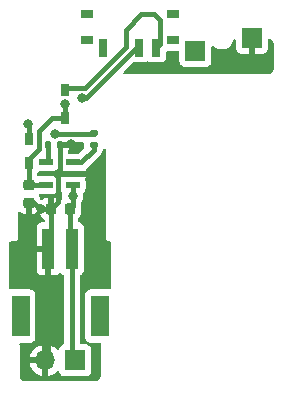
<source format=gbl>
G04 #@! TF.GenerationSoftware,KiCad,Pcbnew,9.0.6*
G04 #@! TF.CreationDate,2025-12-20T18:09:35+05:30*
G04 #@! TF.ProjectId,BloodHound_VENOM_LiPo,426c6f6f-6448-46f7-956e-645f56454e4f,1*
G04 #@! TF.SameCoordinates,Original*
G04 #@! TF.FileFunction,Copper,L2,Bot*
G04 #@! TF.FilePolarity,Positive*
%FSLAX46Y46*%
G04 Gerber Fmt 4.6, Leading zero omitted, Abs format (unit mm)*
G04 Created by KiCad (PCBNEW 9.0.6) date 2025-12-20 18:09:35*
%MOMM*%
%LPD*%
G01*
G04 APERTURE LIST*
G04 Aperture macros list*
%AMRoundRect*
0 Rectangle with rounded corners*
0 $1 Rounding radius*
0 $2 $3 $4 $5 $6 $7 $8 $9 X,Y pos of 4 corners*
0 Add a 4 corners polygon primitive as box body*
4,1,4,$2,$3,$4,$5,$6,$7,$8,$9,$2,$3,0*
0 Add four circle primitives for the rounded corners*
1,1,$1+$1,$2,$3*
1,1,$1+$1,$4,$5*
1,1,$1+$1,$6,$7*
1,1,$1+$1,$8,$9*
0 Add four rect primitives between the rounded corners*
20,1,$1+$1,$2,$3,$4,$5,0*
20,1,$1+$1,$4,$5,$6,$7,0*
20,1,$1+$1,$6,$7,$8,$9,0*
20,1,$1+$1,$8,$9,$2,$3,0*%
G04 Aperture macros list end*
G04 #@! TA.AperFunction,CastellatedPad*
%ADD10R,1.700000X1.700000*%
G04 #@! TD*
G04 #@! TA.AperFunction,ComponentPad*
%ADD11R,1.700000X1.700000*%
G04 #@! TD*
G04 #@! TA.AperFunction,ComponentPad*
%ADD12O,1.700000X1.700000*%
G04 #@! TD*
G04 #@! TA.AperFunction,SMDPad,CuDef*
%ADD13RoundRect,0.225000X0.225000X0.250000X-0.225000X0.250000X-0.225000X-0.250000X0.225000X-0.250000X0*%
G04 #@! TD*
G04 #@! TA.AperFunction,SMDPad,CuDef*
%ADD14R,1.160000X0.490000*%
G04 #@! TD*
G04 #@! TA.AperFunction,SMDPad,CuDef*
%ADD15R,1.180000X0.490000*%
G04 #@! TD*
G04 #@! TA.AperFunction,SMDPad,CuDef*
%ADD16R,1.000000X0.800000*%
G04 #@! TD*
G04 #@! TA.AperFunction,SMDPad,CuDef*
%ADD17R,0.700000X1.500000*%
G04 #@! TD*
G04 #@! TA.AperFunction,SMDPad,CuDef*
%ADD18RoundRect,0.135000X-0.185000X0.135000X-0.185000X-0.135000X0.185000X-0.135000X0.185000X0.135000X0*%
G04 #@! TD*
G04 #@! TA.AperFunction,SMDPad,CuDef*
%ADD19R,0.700000X1.000000*%
G04 #@! TD*
G04 #@! TA.AperFunction,SMDPad,CuDef*
%ADD20R,0.750000X1.000000*%
G04 #@! TD*
G04 #@! TA.AperFunction,SMDPad,CuDef*
%ADD21R,1.000000X3.500000*%
G04 #@! TD*
G04 #@! TA.AperFunction,SMDPad,CuDef*
%ADD22R,1.500000X3.500000*%
G04 #@! TD*
G04 #@! TA.AperFunction,SMDPad,CuDef*
%ADD23RoundRect,0.135000X-0.135000X-0.185000X0.135000X-0.185000X0.135000X0.185000X-0.135000X0.185000X0*%
G04 #@! TD*
G04 #@! TA.AperFunction,SMDPad,CuDef*
%ADD24RoundRect,0.225000X-0.250000X0.225000X-0.250000X-0.225000X0.250000X-0.225000X0.250000X0.225000X0*%
G04 #@! TD*
G04 #@! TA.AperFunction,ViaPad*
%ADD25C,0.800000*%
G04 #@! TD*
G04 #@! TA.AperFunction,Conductor*
%ADD26C,0.400000*%
G04 #@! TD*
G04 APERTURE END LIST*
D10*
X151000000Y-69000000D03*
D11*
X136025000Y-96300000D03*
D12*
X133485000Y-96300000D03*
D11*
X146200000Y-70100000D03*
D13*
X135550000Y-83500000D03*
X134000000Y-83500000D03*
D14*
X135815000Y-79550000D03*
X135815000Y-80500000D03*
X135815000Y-81450000D03*
D15*
X133515000Y-81450000D03*
X133515000Y-79550000D03*
D16*
X137000000Y-66970000D03*
X137000000Y-69180000D03*
X144300000Y-66970000D03*
X144300000Y-69180000D03*
D17*
X138400000Y-69830000D03*
X141400000Y-69830000D03*
X142900000Y-69830000D03*
D18*
X137600000Y-77090000D03*
X137600000Y-78110000D03*
D19*
X132100000Y-79600000D03*
X132100000Y-77600000D03*
D20*
X135200000Y-75770000D03*
X135200000Y-73430000D03*
D21*
X135750000Y-86850000D03*
X133750000Y-86850000D03*
D22*
X131400000Y-92550000D03*
X138100000Y-92550000D03*
D23*
X133690000Y-78100000D03*
X134710000Y-78100000D03*
D24*
X132100000Y-81425000D03*
X132100000Y-82975000D03*
D25*
X135200000Y-74600000D03*
X134600000Y-80500000D03*
X137500000Y-80500000D03*
X135700000Y-78000000D03*
X133100000Y-83500000D03*
X135815000Y-82400000D03*
X136565332Y-74065332D03*
X132000000Y-76300000D03*
X134300000Y-77100000D03*
D26*
X134030000Y-75770000D02*
X135200000Y-75770000D01*
X135200000Y-74600000D02*
X135200000Y-75770000D01*
X133515000Y-81450000D02*
X132125000Y-81450000D01*
X132915000Y-76885000D02*
X134030000Y-75770000D01*
X132915000Y-76885000D02*
X132915000Y-78435000D01*
X132100000Y-81425000D02*
X132100000Y-79600000D01*
X132125000Y-81450000D02*
X132100000Y-81425000D01*
X132100000Y-79250000D02*
X132100000Y-79600000D01*
X132915000Y-78435000D02*
X132100000Y-79250000D01*
X134710000Y-78100000D02*
X134810000Y-78000000D01*
X134000000Y-83500000D02*
X134600000Y-82900000D01*
X134000000Y-86600000D02*
X133750000Y-86850000D01*
X134600000Y-82900000D02*
X134600000Y-80500000D01*
X137500000Y-80500000D02*
X135815000Y-80500000D01*
X133100000Y-83500000D02*
X132575000Y-82975000D01*
X134710000Y-78100000D02*
X134710000Y-80390000D01*
X132575000Y-82975000D02*
X132100000Y-82975000D01*
X135815000Y-80500000D02*
X134600000Y-80500000D01*
X134000000Y-83500000D02*
X134000000Y-86600000D01*
X134000000Y-83500000D02*
X133100000Y-83500000D01*
X133750000Y-86850000D02*
X133750000Y-95950000D01*
X134810000Y-78000000D02*
X135700000Y-78000000D01*
X133750000Y-95950000D02*
X133400000Y-96300000D01*
X134710000Y-80390000D02*
X134600000Y-80500000D01*
X135815000Y-81450000D02*
X135815000Y-82400000D01*
X135815000Y-82400000D02*
X135815000Y-83235000D01*
X135750000Y-86850000D02*
X135750000Y-96110000D01*
X135750000Y-96110000D02*
X135940000Y-96300000D01*
X136934668Y-74065332D02*
X136565332Y-74065332D01*
X135815000Y-83235000D02*
X135550000Y-83500000D01*
X141400000Y-69830000D02*
X141170000Y-69830000D01*
X135550000Y-86650000D02*
X135750000Y-86850000D01*
X141170000Y-69830000D02*
X136934668Y-74065332D01*
X135550000Y-83500000D02*
X135550000Y-86650000D01*
X141600000Y-67000000D02*
X140300000Y-68300000D01*
X142900000Y-69830000D02*
X143200000Y-69530000D01*
X142700000Y-67000000D02*
X141600000Y-67000000D01*
X143200000Y-67500000D02*
X142700000Y-67000000D01*
X140300000Y-69775736D02*
X136810404Y-73265332D01*
X143200000Y-69530000D02*
X143200000Y-67500000D01*
X135364668Y-73265332D02*
X135200000Y-73430000D01*
X140300000Y-68300000D02*
X140300000Y-69775736D01*
X136810404Y-73265332D02*
X135364668Y-73265332D01*
X135815000Y-79550000D02*
X136550000Y-79550000D01*
X136550000Y-79550000D02*
X137600000Y-78500000D01*
X137600000Y-78500000D02*
X137600000Y-78110000D01*
X133700000Y-78110000D02*
X133690000Y-78100000D01*
X133515000Y-79550000D02*
X133700000Y-79365000D01*
X133700000Y-79365000D02*
X133700000Y-78110000D01*
X134300000Y-77100000D02*
X137590000Y-77100000D01*
X132100000Y-77600000D02*
X132100000Y-76400000D01*
X132100000Y-76400000D02*
X132000000Y-76300000D01*
X137590000Y-77100000D02*
X137600000Y-77090000D01*
G04 #@! TA.AperFunction,Conductor*
G36*
X138528749Y-78388369D02*
G01*
X138551689Y-78391601D01*
X138561100Y-78399709D01*
X138572825Y-78403819D01*
X138587073Y-78422084D01*
X138604623Y-78437204D01*
X138608156Y-78449112D01*
X138615799Y-78458910D01*
X138617910Y-78481982D01*
X138624499Y-78504187D01*
X138624500Y-78504542D01*
X138624500Y-85941715D01*
X138624500Y-85950000D01*
X138624500Y-85993635D01*
X138651468Y-86076633D01*
X138702764Y-86147236D01*
X138773367Y-86198532D01*
X138856365Y-86225500D01*
X138887789Y-86225500D01*
X138911973Y-86227881D01*
X138942587Y-86233971D01*
X138987280Y-86252482D01*
X139002881Y-86262906D01*
X139037093Y-86297118D01*
X139047516Y-86312717D01*
X139066029Y-86357413D01*
X139072117Y-86388018D01*
X139074500Y-86412210D01*
X139074500Y-90180443D01*
X139054815Y-90247482D01*
X139002011Y-90293237D01*
X138937247Y-90303733D01*
X138924299Y-90302341D01*
X138897873Y-90299500D01*
X138897867Y-90299500D01*
X137302129Y-90299500D01*
X137302123Y-90299501D01*
X137242516Y-90305908D01*
X137107671Y-90356202D01*
X137107664Y-90356206D01*
X136992455Y-90442452D01*
X136992452Y-90442455D01*
X136906206Y-90557664D01*
X136906202Y-90557671D01*
X136855908Y-90692517D01*
X136849501Y-90752116D01*
X136849501Y-90752123D01*
X136849500Y-90752135D01*
X136849500Y-94347870D01*
X136849501Y-94347876D01*
X136855908Y-94407483D01*
X136906202Y-94542328D01*
X136906206Y-94542335D01*
X136992452Y-94657544D01*
X136992455Y-94657547D01*
X137093603Y-94733267D01*
X137093605Y-94733267D01*
X137107669Y-94743796D01*
X137242517Y-94794091D01*
X137302127Y-94800500D01*
X138073854Y-94800499D01*
X138140893Y-94820183D01*
X138186648Y-94872987D01*
X138196592Y-94942146D01*
X138194745Y-94952092D01*
X138174500Y-95040786D01*
X138174500Y-97591874D01*
X138173439Y-97608059D01*
X138173439Y-97608060D01*
X138160462Y-97706624D01*
X138152084Y-97737890D01*
X138117177Y-97822165D01*
X138100991Y-97850201D01*
X138045458Y-97922571D01*
X138022571Y-97945458D01*
X137950201Y-98000991D01*
X137922165Y-98017177D01*
X137837890Y-98052084D01*
X137806624Y-98060462D01*
X137718244Y-98072098D01*
X137708058Y-98073439D01*
X137691874Y-98074500D01*
X131808126Y-98074500D01*
X131791941Y-98073439D01*
X131780208Y-98071894D01*
X131693375Y-98060462D01*
X131662109Y-98052084D01*
X131577834Y-98017177D01*
X131549800Y-98000992D01*
X131514540Y-97973936D01*
X131477428Y-97945458D01*
X131454541Y-97922571D01*
X131422912Y-97881352D01*
X131399005Y-97850197D01*
X131382823Y-97822168D01*
X131363145Y-97774660D01*
X131347915Y-97737890D01*
X131339537Y-97706623D01*
X131326561Y-97608059D01*
X131325500Y-97591874D01*
X131325500Y-95040790D01*
X131325499Y-95040786D01*
X131305255Y-94952092D01*
X131309528Y-94882354D01*
X131350826Y-94825996D01*
X131416038Y-94800912D01*
X131426146Y-94800499D01*
X132197871Y-94800499D01*
X132197872Y-94800499D01*
X132257483Y-94794091D01*
X132392331Y-94743796D01*
X132507546Y-94657546D01*
X132593796Y-94542331D01*
X132644091Y-94407483D01*
X132650500Y-94347873D01*
X132650499Y-90752128D01*
X132644091Y-90692517D01*
X132593796Y-90557669D01*
X132593795Y-90557668D01*
X132593793Y-90557664D01*
X132507547Y-90442455D01*
X132507544Y-90442452D01*
X132392335Y-90356206D01*
X132392328Y-90356202D01*
X132257482Y-90305908D01*
X132257483Y-90305908D01*
X132197883Y-90299501D01*
X132197881Y-90299500D01*
X132197873Y-90299500D01*
X132197864Y-90299500D01*
X130602129Y-90299500D01*
X130602120Y-90299501D01*
X130562752Y-90303733D01*
X130493993Y-90291325D01*
X130442857Y-90243714D01*
X130425500Y-90180443D01*
X130425500Y-88647844D01*
X132750000Y-88647844D01*
X132756401Y-88707372D01*
X132756403Y-88707379D01*
X132806645Y-88842086D01*
X132806649Y-88842093D01*
X132892809Y-88957187D01*
X132892812Y-88957190D01*
X133007906Y-89043350D01*
X133007913Y-89043354D01*
X133142620Y-89093596D01*
X133142627Y-89093598D01*
X133202155Y-89099999D01*
X133202172Y-89100000D01*
X133500000Y-89100000D01*
X133500000Y-87100000D01*
X132750000Y-87100000D01*
X132750000Y-88647844D01*
X130425500Y-88647844D01*
X130425500Y-86412210D01*
X130427881Y-86388027D01*
X130433971Y-86357412D01*
X130452481Y-86312721D01*
X130462908Y-86297115D01*
X130497115Y-86262908D01*
X130512721Y-86252481D01*
X130557410Y-86233971D01*
X130588026Y-86227881D01*
X130612211Y-86225500D01*
X130943634Y-86225500D01*
X130943635Y-86225500D01*
X131026633Y-86198532D01*
X131097236Y-86147236D01*
X131148532Y-86076633D01*
X131175500Y-85993635D01*
X131175500Y-85950000D01*
X131175500Y-85941715D01*
X131175500Y-83850167D01*
X131195185Y-83783128D01*
X131247989Y-83737373D01*
X131317147Y-83727429D01*
X131380703Y-83756454D01*
X131387181Y-83762486D01*
X131397267Y-83772572D01*
X131397271Y-83772575D01*
X131541507Y-83861542D01*
X131541518Y-83861547D01*
X131702393Y-83914855D01*
X131801683Y-83924999D01*
X131849999Y-83924998D01*
X131850000Y-83924998D01*
X131850000Y-83099000D01*
X131869685Y-83031961D01*
X131922489Y-82986206D01*
X131974000Y-82975000D01*
X132226000Y-82975000D01*
X132293039Y-82994685D01*
X132338794Y-83047489D01*
X132350000Y-83099000D01*
X132350000Y-83924999D01*
X132398308Y-83924999D01*
X132398322Y-83924998D01*
X132497607Y-83914855D01*
X132658481Y-83861547D01*
X132658492Y-83861542D01*
X132802728Y-83772575D01*
X132802731Y-83772573D01*
X132840175Y-83735129D01*
X132901497Y-83701643D01*
X132971189Y-83706627D01*
X133027123Y-83748497D01*
X133051215Y-83810206D01*
X133060144Y-83897607D01*
X133113452Y-84058481D01*
X133113457Y-84058492D01*
X133202424Y-84202728D01*
X133202427Y-84202732D01*
X133322267Y-84322572D01*
X133322271Y-84322575D01*
X133399907Y-84370462D01*
X133446632Y-84422410D01*
X133457853Y-84491372D01*
X133430010Y-84555454D01*
X133371941Y-84594310D01*
X133334810Y-84600000D01*
X133202155Y-84600000D01*
X133142627Y-84606401D01*
X133142620Y-84606403D01*
X133007913Y-84656645D01*
X133007906Y-84656649D01*
X132892812Y-84742809D01*
X132892809Y-84742812D01*
X132806649Y-84857906D01*
X132806645Y-84857913D01*
X132756403Y-84992620D01*
X132756401Y-84992627D01*
X132750000Y-85052155D01*
X132750000Y-86600000D01*
X133626000Y-86600000D01*
X133693039Y-86619685D01*
X133738794Y-86672489D01*
X133750000Y-86724000D01*
X133750000Y-86850000D01*
X133876000Y-86850000D01*
X133943039Y-86869685D01*
X133988794Y-86922489D01*
X134000000Y-86974000D01*
X134000000Y-89100000D01*
X134297828Y-89100000D01*
X134297844Y-89099999D01*
X134357372Y-89093598D01*
X134357379Y-89093596D01*
X134492086Y-89043354D01*
X134492093Y-89043350D01*
X134607187Y-88957190D01*
X134607188Y-88957189D01*
X134650420Y-88899439D01*
X134706353Y-88857567D01*
X134776045Y-88852583D01*
X134834112Y-88882928D01*
X134842276Y-88890517D01*
X134892454Y-88957546D01*
X135005094Y-89041868D01*
X135009925Y-89046359D01*
X135024539Y-89070947D01*
X135041682Y-89093847D01*
X135043220Y-89102377D01*
X135045624Y-89106420D01*
X135045352Y-89114191D01*
X135049500Y-89137180D01*
X135049500Y-94876533D01*
X135029815Y-94943572D01*
X134977011Y-94989327D01*
X134968836Y-94992714D01*
X134932665Y-95006205D01*
X134817455Y-95092452D01*
X134817452Y-95092455D01*
X134731206Y-95207664D01*
X134731202Y-95207671D01*
X134681997Y-95339598D01*
X134640126Y-95395532D01*
X134574661Y-95419949D01*
X134506388Y-95405097D01*
X134478134Y-95383946D01*
X134364464Y-95270276D01*
X134364459Y-95270272D01*
X134192557Y-95145379D01*
X134003215Y-95048903D01*
X133801124Y-94983241D01*
X133735000Y-94972768D01*
X133735000Y-95866988D01*
X133677993Y-95834075D01*
X133550826Y-95800000D01*
X133419174Y-95800000D01*
X133292007Y-95834075D01*
X133235000Y-95866988D01*
X133235000Y-94972768D01*
X133234999Y-94972768D01*
X133168875Y-94983241D01*
X132966784Y-95048903D01*
X132777442Y-95145379D01*
X132605540Y-95270272D01*
X132605535Y-95270276D01*
X132455276Y-95420535D01*
X132455272Y-95420540D01*
X132330379Y-95592442D01*
X132233904Y-95781782D01*
X132168242Y-95983870D01*
X132168242Y-95983873D01*
X132157769Y-96050000D01*
X133051988Y-96050000D01*
X133019075Y-96107007D01*
X132985000Y-96234174D01*
X132985000Y-96365826D01*
X133019075Y-96492993D01*
X133051988Y-96550000D01*
X132157769Y-96550000D01*
X132168242Y-96616126D01*
X132168242Y-96616129D01*
X132233904Y-96818217D01*
X132330379Y-97007557D01*
X132455272Y-97179459D01*
X132455276Y-97179464D01*
X132605535Y-97329723D01*
X132605540Y-97329727D01*
X132777442Y-97454620D01*
X132966782Y-97551095D01*
X133168871Y-97616757D01*
X133235000Y-97627231D01*
X133235000Y-96733012D01*
X133292007Y-96765925D01*
X133419174Y-96800000D01*
X133550826Y-96800000D01*
X133677993Y-96765925D01*
X133735000Y-96733012D01*
X133735000Y-97627230D01*
X133801126Y-97616757D01*
X133801129Y-97616757D01*
X134003217Y-97551095D01*
X134192557Y-97454620D01*
X134364458Y-97329728D01*
X134478133Y-97216053D01*
X134539456Y-97182568D01*
X134609148Y-97187552D01*
X134665082Y-97229423D01*
X134681997Y-97260401D01*
X134731202Y-97392328D01*
X134731206Y-97392335D01*
X134817452Y-97507544D01*
X134817455Y-97507547D01*
X134932664Y-97593793D01*
X134932671Y-97593797D01*
X135067517Y-97644091D01*
X135067516Y-97644091D01*
X135074444Y-97644835D01*
X135127127Y-97650500D01*
X136922872Y-97650499D01*
X136982483Y-97644091D01*
X137117331Y-97593796D01*
X137232546Y-97507546D01*
X137318796Y-97392331D01*
X137369091Y-97257483D01*
X137375500Y-97197873D01*
X137375499Y-95402128D01*
X137369091Y-95342517D01*
X137368002Y-95339598D01*
X137318797Y-95207671D01*
X137318793Y-95207664D01*
X137232547Y-95092455D01*
X137232544Y-95092452D01*
X137131395Y-95016731D01*
X137131391Y-95016729D01*
X137117331Y-95006204D01*
X136986816Y-94957525D01*
X136986806Y-94957521D01*
X136982481Y-94955908D01*
X136982483Y-94955908D01*
X136922883Y-94949501D01*
X136922881Y-94949500D01*
X136922873Y-94949500D01*
X136922865Y-94949500D01*
X136574500Y-94949500D01*
X136507461Y-94929815D01*
X136461706Y-94877011D01*
X136450500Y-94825500D01*
X136450500Y-89137180D01*
X136470185Y-89070141D01*
X136500187Y-89037914D01*
X136607546Y-88957546D01*
X136693796Y-88842331D01*
X136744091Y-88707483D01*
X136750500Y-88647873D01*
X136750499Y-85052128D01*
X136744091Y-84992517D01*
X136693884Y-84857906D01*
X136693797Y-84857671D01*
X136693793Y-84857664D01*
X136607547Y-84742455D01*
X136607544Y-84742452D01*
X136492335Y-84656206D01*
X136492328Y-84656202D01*
X136357482Y-84605908D01*
X136356858Y-84605761D01*
X136356853Y-84605762D01*
X136356843Y-84605757D01*
X136349938Y-84604126D01*
X136350262Y-84602752D01*
X136327003Y-84592130D01*
X136296688Y-84579571D01*
X136295381Y-84577688D01*
X136293297Y-84576737D01*
X136275560Y-84549138D01*
X136256843Y-84522177D01*
X136256374Y-84519283D01*
X136255523Y-84517959D01*
X136250500Y-84483024D01*
X136250500Y-84351874D01*
X136270185Y-84284835D01*
X136286819Y-84264193D01*
X136347968Y-84203044D01*
X136437003Y-84058697D01*
X136490349Y-83897708D01*
X136500500Y-83798345D01*
X136500499Y-83391617D01*
X136502882Y-83367425D01*
X136515500Y-83303995D01*
X136515500Y-83010099D01*
X136535185Y-82943060D01*
X136536398Y-82941208D01*
X136613013Y-82826547D01*
X136680894Y-82662666D01*
X136715500Y-82488691D01*
X136715500Y-82311309D01*
X136715500Y-82311306D01*
X136692464Y-82195500D01*
X136690744Y-82186853D01*
X136696971Y-82117264D01*
X136738050Y-82063397D01*
X136752546Y-82052546D01*
X136838796Y-81937331D01*
X136889091Y-81802483D01*
X136895500Y-81742873D01*
X136895499Y-81157128D01*
X136889091Y-81097517D01*
X136859289Y-81017615D01*
X136854306Y-80947927D01*
X136859291Y-80930950D01*
X136888597Y-80852379D01*
X136888597Y-80852377D01*
X136894999Y-80792844D01*
X136895000Y-80792827D01*
X136895000Y-80745000D01*
X136616258Y-80745000D01*
X136607572Y-80742449D01*
X136598611Y-80743738D01*
X136572925Y-80737182D01*
X136502482Y-80710908D01*
X136502483Y-80710908D01*
X136442883Y-80704501D01*
X136442881Y-80704500D01*
X136442873Y-80704500D01*
X136442865Y-80704500D01*
X135187129Y-80704500D01*
X135187123Y-80704501D01*
X135127516Y-80710908D01*
X135057075Y-80737182D01*
X135046057Y-80737969D01*
X135013742Y-80745000D01*
X134735000Y-80745000D01*
X134735000Y-80792844D01*
X134739232Y-80832195D01*
X134726828Y-80900954D01*
X134679218Y-80952092D01*
X134611519Y-80969372D01*
X134545224Y-80947308D01*
X134516677Y-80919763D01*
X134491092Y-80885587D01*
X134462546Y-80847454D01*
X134462544Y-80847453D01*
X134462544Y-80847452D01*
X134347335Y-80761206D01*
X134347328Y-80761202D01*
X134212482Y-80710908D01*
X134212483Y-80710908D01*
X134152883Y-80704501D01*
X134152881Y-80704500D01*
X134152873Y-80704500D01*
X134152865Y-80704500D01*
X132931874Y-80704500D01*
X132902430Y-80695854D01*
X132872440Y-80689328D01*
X132867429Y-80685576D01*
X132864835Y-80684815D01*
X132844187Y-80668175D01*
X132836813Y-80660800D01*
X132803332Y-80599475D01*
X132800500Y-80573125D01*
X132800500Y-80508230D01*
X132820185Y-80441191D01*
X132825233Y-80433919D01*
X132891657Y-80345188D01*
X132947591Y-80303317D01*
X132990924Y-80295499D01*
X134152871Y-80295499D01*
X134152872Y-80295499D01*
X134212483Y-80289091D01*
X134347331Y-80238796D01*
X134462546Y-80152546D01*
X134516677Y-80080236D01*
X134572610Y-80038366D01*
X134642302Y-80033382D01*
X134703625Y-80066867D01*
X134737109Y-80128191D01*
X134739232Y-80167804D01*
X134735000Y-80207155D01*
X134735000Y-80255000D01*
X135013742Y-80255000D01*
X135025461Y-80257114D01*
X135031389Y-80256262D01*
X135038345Y-80259438D01*
X135057075Y-80262818D01*
X135127517Y-80289091D01*
X135187127Y-80295500D01*
X136442872Y-80295499D01*
X136502483Y-80289091D01*
X136572925Y-80262818D01*
X136616258Y-80255000D01*
X136895000Y-80255000D01*
X136895000Y-80228241D01*
X136914685Y-80161202D01*
X136950106Y-80125141D01*
X136996543Y-80094114D01*
X138144114Y-78946543D01*
X138220775Y-78831811D01*
X138273580Y-78704329D01*
X138280559Y-78669236D01*
X138292185Y-78636177D01*
X138293724Y-78633218D01*
X138372869Y-78499393D01*
X138384846Y-78458166D01*
X138390509Y-78447288D01*
X138406562Y-78430583D01*
X138419030Y-78411062D01*
X138430314Y-78405869D01*
X138438924Y-78396911D01*
X138461458Y-78391538D01*
X138482502Y-78381855D01*
X138494804Y-78383588D01*
X138506889Y-78380707D01*
X138528749Y-78388369D01*
G37*
G04 #@! TD.AperFunction*
G04 #@! TA.AperFunction,Conductor*
G36*
X134686976Y-81849133D02*
G01*
X134713335Y-81851019D01*
X134720580Y-81856442D01*
X134729426Y-81858367D01*
X134748115Y-81877055D01*
X134769268Y-81892891D01*
X134775662Y-81904603D01*
X134778832Y-81907772D01*
X134786182Y-81923868D01*
X134791201Y-81937326D01*
X134791206Y-81937335D01*
X134877452Y-82052544D01*
X134877453Y-82052545D01*
X134877454Y-82052546D01*
X134891945Y-82063394D01*
X134891948Y-82063396D01*
X134933820Y-82119329D01*
X134939255Y-82186854D01*
X134914500Y-82311304D01*
X134914500Y-82488695D01*
X134926411Y-82548575D01*
X134920184Y-82618166D01*
X134886155Y-82666341D01*
X134878505Y-82672992D01*
X134871956Y-82677032D01*
X134859278Y-82689709D01*
X134856007Y-82692554D01*
X134828021Y-82705391D01*
X134801000Y-82720146D01*
X134796553Y-82719827D01*
X134792501Y-82721687D01*
X134762011Y-82717356D01*
X134731308Y-82715159D01*
X134726985Y-82712380D01*
X134723326Y-82711861D01*
X134715030Y-82704697D01*
X134686965Y-82686660D01*
X134677732Y-82677427D01*
X134677728Y-82677424D01*
X134533492Y-82588457D01*
X134533481Y-82588452D01*
X134372606Y-82535144D01*
X134273322Y-82525000D01*
X134250000Y-82525000D01*
X134250000Y-83376000D01*
X134230315Y-83443039D01*
X134177511Y-83488794D01*
X134126000Y-83500000D01*
X133874000Y-83500000D01*
X133806961Y-83480315D01*
X133761206Y-83427511D01*
X133750000Y-83376000D01*
X133750000Y-82524999D01*
X133726693Y-82525000D01*
X133726674Y-82525001D01*
X133627392Y-82535144D01*
X133466518Y-82588452D01*
X133466507Y-82588457D01*
X133322271Y-82677424D01*
X133322267Y-82677427D01*
X133280187Y-82719507D01*
X133218864Y-82752991D01*
X133149172Y-82748006D01*
X133093239Y-82706134D01*
X133069149Y-82644424D01*
X133064856Y-82602393D01*
X133011547Y-82441518D01*
X133011545Y-82441513D01*
X132976438Y-82384596D01*
X132957998Y-82317203D01*
X132978921Y-82250540D01*
X133032563Y-82205770D01*
X133081972Y-82195499D01*
X134152872Y-82195499D01*
X134212483Y-82189091D01*
X134347331Y-82138796D01*
X134462546Y-82052546D01*
X134548796Y-81937331D01*
X134548798Y-81937326D01*
X134553818Y-81923868D01*
X134569655Y-81902711D01*
X134582320Y-81879518D01*
X134590263Y-81875180D01*
X134595688Y-81867934D01*
X134620446Y-81858699D01*
X134643643Y-81846033D01*
X134652672Y-81846679D01*
X134661153Y-81843516D01*
X134686976Y-81849133D01*
G37*
G04 #@! TD.AperFunction*
G04 #@! TA.AperFunction,Conductor*
G36*
X136722539Y-77820185D02*
G01*
X136768294Y-77872989D01*
X136779500Y-77924500D01*
X136779500Y-78278479D01*
X136759815Y-78345518D01*
X136743181Y-78366160D01*
X136341161Y-78768181D01*
X136279838Y-78801666D01*
X136253480Y-78804500D01*
X135492899Y-78804500D01*
X135425860Y-78784815D01*
X135380105Y-78732011D01*
X135370161Y-78662853D01*
X135386167Y-78617379D01*
X135432406Y-78539191D01*
X135432407Y-78539188D01*
X135477166Y-78385128D01*
X135477167Y-78385122D01*
X135479931Y-78350000D01*
X134834000Y-78350000D01*
X134766961Y-78330315D01*
X134721206Y-78277511D01*
X134710000Y-78226000D01*
X134710000Y-77975348D01*
X134712239Y-77967722D01*
X134710969Y-77959878D01*
X134721942Y-77934676D01*
X134729685Y-77908309D01*
X134736400Y-77901473D01*
X134738863Y-77895818D01*
X134765123Y-77872237D01*
X134767141Y-77870889D01*
X134833821Y-77850019D01*
X134836018Y-77850000D01*
X135479931Y-77850000D01*
X135488872Y-77840328D01*
X135548833Y-77804462D01*
X135579927Y-77800500D01*
X136655500Y-77800500D01*
X136722539Y-77820185D01*
G37*
G04 #@! TD.AperFunction*
G04 #@! TA.AperFunction,Conductor*
G36*
X152490220Y-69053844D02*
G01*
X152491647Y-69053639D01*
X152521447Y-69061814D01*
X152572171Y-69082825D01*
X152600197Y-69099005D01*
X152635278Y-69125924D01*
X152672571Y-69154541D01*
X152695458Y-69177428D01*
X152750991Y-69249798D01*
X152767177Y-69277834D01*
X152802084Y-69362109D01*
X152810462Y-69393375D01*
X152816164Y-69436681D01*
X152822601Y-69485579D01*
X152823439Y-69491939D01*
X152824500Y-69508125D01*
X152824500Y-71591874D01*
X152823439Y-71608060D01*
X152810462Y-71706624D01*
X152802084Y-71737890D01*
X152767177Y-71822165D01*
X152750991Y-71850201D01*
X152695458Y-71922571D01*
X152672571Y-71945458D01*
X152600201Y-72000991D01*
X152572165Y-72017177D01*
X152487890Y-72052084D01*
X152456624Y-72060462D01*
X152368244Y-72072098D01*
X152358058Y-72073439D01*
X152341874Y-72074500D01*
X140215518Y-72074500D01*
X140148479Y-72054815D01*
X140102724Y-72002011D01*
X140092780Y-71932853D01*
X140121805Y-71869297D01*
X140127837Y-71862819D01*
X140398941Y-71591715D01*
X140877136Y-71113519D01*
X140938457Y-71080036D01*
X140978067Y-71077913D01*
X141002127Y-71080500D01*
X141797872Y-71080499D01*
X141857483Y-71074091D01*
X141992331Y-71023796D01*
X142075689Y-70961393D01*
X142141153Y-70936977D01*
X142209426Y-70951828D01*
X142224311Y-70961394D01*
X142307669Y-71023796D01*
X142307671Y-71023797D01*
X142442517Y-71074091D01*
X142442516Y-71074091D01*
X142449444Y-71074835D01*
X142502127Y-71080500D01*
X143297872Y-71080499D01*
X143357483Y-71074091D01*
X143492331Y-71023796D01*
X143607546Y-70937546D01*
X143693796Y-70822331D01*
X143744091Y-70687483D01*
X143750500Y-70627873D01*
X143750499Y-70204498D01*
X143770183Y-70137460D01*
X143822987Y-70091705D01*
X143874494Y-70080499D01*
X144725500Y-70080499D01*
X144792539Y-70100184D01*
X144838294Y-70152988D01*
X144849500Y-70204499D01*
X144849500Y-70997870D01*
X144849501Y-70997876D01*
X144855908Y-71057483D01*
X144906202Y-71192328D01*
X144906206Y-71192335D01*
X144992452Y-71307544D01*
X144992455Y-71307547D01*
X145107664Y-71393793D01*
X145107671Y-71393797D01*
X145242517Y-71444091D01*
X145242516Y-71444091D01*
X145249444Y-71444835D01*
X145302127Y-71450500D01*
X147097872Y-71450499D01*
X147157483Y-71444091D01*
X147292331Y-71393796D01*
X147407546Y-71307546D01*
X147493796Y-71192331D01*
X147544091Y-71057483D01*
X147550500Y-70997873D01*
X147550499Y-69781357D01*
X147570184Y-69714319D01*
X147622987Y-69668564D01*
X147692146Y-69658620D01*
X147755702Y-69687645D01*
X147766137Y-69697821D01*
X147789995Y-69723992D01*
X147849190Y-69768694D01*
X147934266Y-69832941D01*
X148096094Y-69913521D01*
X148096096Y-69913521D01*
X148096099Y-69913523D01*
X148269984Y-69962998D01*
X148449999Y-69979679D01*
X148450000Y-69979679D01*
X148450001Y-69979679D01*
X148510005Y-69974118D01*
X148630016Y-69962998D01*
X148803901Y-69913523D01*
X148803905Y-69913521D01*
X148803906Y-69913521D01*
X148965733Y-69832941D01*
X148965733Y-69832940D01*
X148965735Y-69832940D01*
X149110005Y-69723992D01*
X149231801Y-69590388D01*
X149326973Y-69436681D01*
X149392280Y-69268102D01*
X149404112Y-69204806D01*
X149435779Y-69142528D01*
X149496092Y-69107255D01*
X149565900Y-69110189D01*
X149623040Y-69150398D01*
X149649371Y-69215116D01*
X149650000Y-69227594D01*
X149650000Y-69897844D01*
X149656401Y-69957372D01*
X149656403Y-69957379D01*
X149706645Y-70092086D01*
X149706649Y-70092093D01*
X149792809Y-70207187D01*
X149792812Y-70207190D01*
X149907906Y-70293350D01*
X149907913Y-70293354D01*
X150042620Y-70343596D01*
X150042627Y-70343598D01*
X150102155Y-70349999D01*
X150102172Y-70350000D01*
X150750000Y-70350000D01*
X150750000Y-69433012D01*
X150807007Y-69465925D01*
X150934174Y-69500000D01*
X151065826Y-69500000D01*
X151192993Y-69465925D01*
X151250000Y-69433012D01*
X151250000Y-70350000D01*
X151897828Y-70350000D01*
X151897844Y-70349999D01*
X151957372Y-70343598D01*
X151957379Y-70343596D01*
X152092086Y-70293354D01*
X152092093Y-70293350D01*
X152207187Y-70207190D01*
X152207190Y-70207187D01*
X152293350Y-70092093D01*
X152293354Y-70092086D01*
X152343596Y-69957379D01*
X152343598Y-69957372D01*
X152349999Y-69897844D01*
X152350000Y-69897827D01*
X152350000Y-69176377D01*
X152359241Y-69144903D01*
X152367358Y-69113104D01*
X152369038Y-69111539D01*
X152369685Y-69109338D01*
X152394466Y-69087864D01*
X152418495Y-69065493D01*
X152420755Y-69065085D01*
X152422489Y-69063583D01*
X152454952Y-69058915D01*
X152487255Y-69053087D01*
X152490220Y-69053844D01*
G37*
G04 #@! TD.AperFunction*
M02*

</source>
